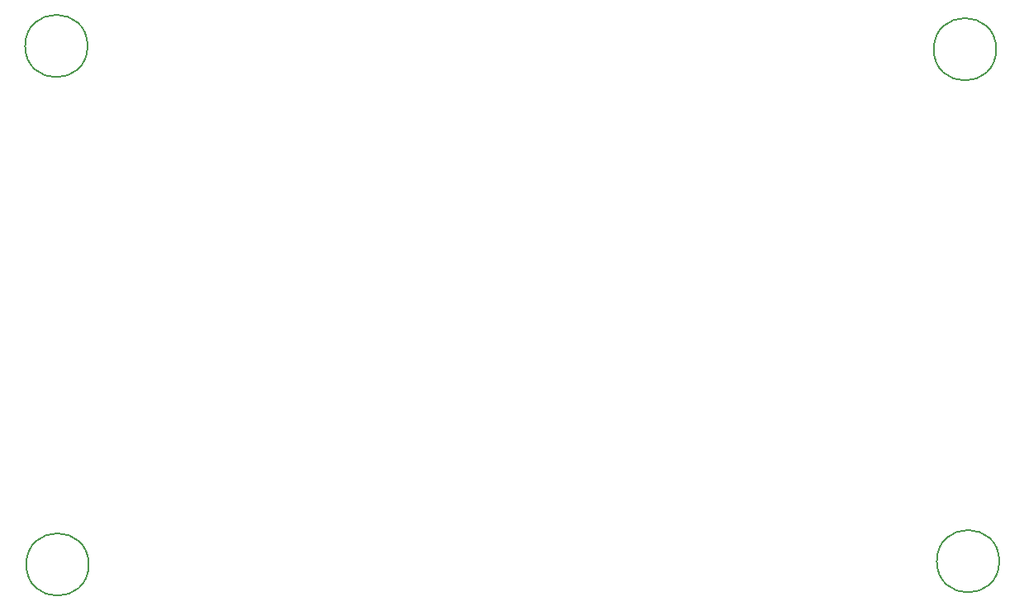
<source format=gbr>
%TF.GenerationSoftware,KiCad,Pcbnew,8.0.5*%
%TF.CreationDate,2024-12-04T22:32:08+01:00*%
%TF.ProjectId,ESP-Unit,4553502d-556e-4697-942e-6b696361645f,rev?*%
%TF.SameCoordinates,Original*%
%TF.FileFunction,Other,Comment*%
%FSLAX46Y46*%
G04 Gerber Fmt 4.6, Leading zero omitted, Abs format (unit mm)*
G04 Created by KiCad (PCBNEW 8.0.5) date 2024-12-04 22:32:08*
%MOMM*%
%LPD*%
G01*
G04 APERTURE LIST*
%ADD10C,0.150000*%
G04 APERTURE END LIST*
D10*
%TO.C,H4*%
X159664000Y-107776944D02*
G75*
G02*
X153264000Y-107776944I-3200000J0D01*
G01*
X153264000Y-107776944D02*
G75*
G02*
X159664000Y-107776944I3200000J0D01*
G01*
%TO.C,H2*%
X253022000Y-107442000D02*
G75*
G02*
X246622000Y-107442000I-3200000J0D01*
G01*
X246622000Y-107442000D02*
G75*
G02*
X253022000Y-107442000I3200000J0D01*
G01*
%TO.C,H3*%
X252708944Y-54944944D02*
G75*
G02*
X246308944Y-54944944I-3200000J0D01*
G01*
X246308944Y-54944944D02*
G75*
G02*
X252708944Y-54944944I3200000J0D01*
G01*
%TO.C,H1*%
X159550000Y-54610000D02*
G75*
G02*
X153150000Y-54610000I-3200000J0D01*
G01*
X153150000Y-54610000D02*
G75*
G02*
X159550000Y-54610000I3200000J0D01*
G01*
%TD*%
M02*

</source>
